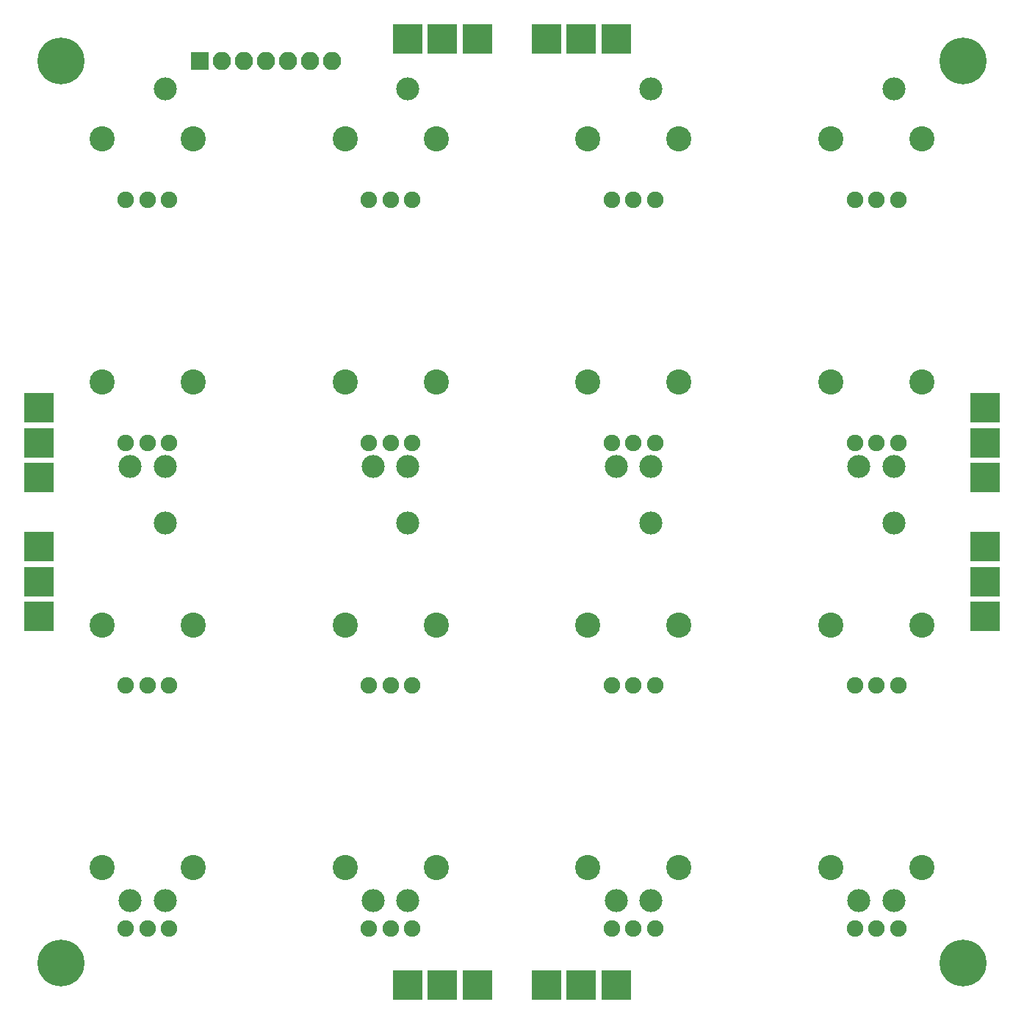
<source format=gbr>
G04 #@! TF.FileFunction,Soldermask,Top*
%FSLAX46Y46*%
G04 Gerber Fmt 4.6, Leading zero omitted, Abs format (unit mm)*
G04 Created by KiCad (PCBNEW 4.0.6) date Sunday, June 10, 2018 'PMt' 07:51:52 PM*
%MOMM*%
%LPD*%
G01*
G04 APERTURE LIST*
%ADD10C,0.100000*%
%ADD11C,5.400000*%
%ADD12C,2.900000*%
%ADD13C,1.900000*%
%ADD14R,2.100000X2.100000*%
%ADD15O,2.100000X2.100000*%
%ADD16R,3.400000X3.400000*%
%ADD17C,2.647900*%
G04 APERTURE END LIST*
D10*
D11*
X195000000Y-155000000D03*
X91000000Y-155000000D03*
X91000000Y-51000000D03*
D12*
X162250000Y-60000000D03*
D13*
X157000000Y-67000000D03*
X159500000Y-67000000D03*
X154500000Y-67000000D03*
D12*
X151750000Y-60000000D03*
X106250000Y-60000000D03*
D13*
X101000000Y-67000000D03*
X103500000Y-67000000D03*
X98500000Y-67000000D03*
D12*
X95750000Y-60000000D03*
X134250000Y-60000000D03*
D13*
X129000000Y-67000000D03*
X131500000Y-67000000D03*
X126500000Y-67000000D03*
D12*
X123750000Y-60000000D03*
X190250000Y-60000000D03*
D13*
X185000000Y-67000000D03*
X187500000Y-67000000D03*
X182500000Y-67000000D03*
D12*
X179750000Y-60000000D03*
X106250000Y-88000000D03*
D13*
X101000000Y-95000000D03*
X103500000Y-95000000D03*
X98500000Y-95000000D03*
D12*
X95750000Y-88000000D03*
X134250000Y-88000000D03*
D13*
X129000000Y-95000000D03*
X131500000Y-95000000D03*
X126500000Y-95000000D03*
D12*
X123750000Y-88000000D03*
X162250000Y-88000000D03*
D13*
X157000000Y-95000000D03*
X159500000Y-95000000D03*
X154500000Y-95000000D03*
D12*
X151750000Y-88000000D03*
X190250000Y-88000000D03*
D13*
X185000000Y-95000000D03*
X187500000Y-95000000D03*
X182500000Y-95000000D03*
D12*
X179750000Y-88000000D03*
X106250000Y-116000000D03*
D13*
X101000000Y-123000000D03*
X103500000Y-123000000D03*
X98500000Y-123000000D03*
D12*
X95750000Y-116000000D03*
X134250000Y-116000000D03*
D13*
X129000000Y-123000000D03*
X131500000Y-123000000D03*
X126500000Y-123000000D03*
D12*
X123750000Y-116000000D03*
X162250000Y-116000000D03*
D13*
X157000000Y-123000000D03*
X159500000Y-123000000D03*
X154500000Y-123000000D03*
D12*
X151750000Y-116000000D03*
X190250000Y-116000000D03*
D13*
X185000000Y-123000000D03*
X187500000Y-123000000D03*
X182500000Y-123000000D03*
D12*
X179750000Y-116000000D03*
X106250000Y-144000000D03*
D13*
X101000000Y-151000000D03*
X103500000Y-151000000D03*
X98500000Y-151000000D03*
D12*
X95750000Y-144000000D03*
X134250000Y-144000000D03*
D13*
X129000000Y-151000000D03*
X131500000Y-151000000D03*
X126500000Y-151000000D03*
D12*
X123750000Y-144000000D03*
X162250000Y-144000000D03*
D13*
X157000000Y-151000000D03*
X159500000Y-151000000D03*
X154500000Y-151000000D03*
D12*
X151750000Y-144000000D03*
X190250000Y-144000000D03*
D13*
X185000000Y-151000000D03*
X187500000Y-151000000D03*
X182500000Y-151000000D03*
D12*
X179750000Y-144000000D03*
D11*
X195000000Y-51000000D03*
D14*
X107000000Y-51000000D03*
D15*
X109540000Y-51000000D03*
X112080000Y-51000000D03*
X114620000Y-51000000D03*
X117160000Y-51000000D03*
X119700000Y-51000000D03*
X122240000Y-51000000D03*
D16*
X88500000Y-115000000D03*
X88500000Y-91000000D03*
X88500000Y-95000000D03*
X88500000Y-99000000D03*
X88500000Y-111000000D03*
X88500000Y-107000000D03*
X155000000Y-157500000D03*
X131000000Y-157500000D03*
X135000000Y-157500000D03*
X139000000Y-157500000D03*
X151000000Y-157500000D03*
X147000000Y-157500000D03*
X197500000Y-115000000D03*
X197500000Y-91000000D03*
X197500000Y-95000000D03*
X197500000Y-99000000D03*
X197500000Y-111000000D03*
X197500000Y-107000000D03*
X155000000Y-48500000D03*
X131000000Y-48500000D03*
X135000000Y-48500000D03*
X139000000Y-48500000D03*
X151000000Y-48500000D03*
X147000000Y-48500000D03*
D17*
X102998980Y-104252520D03*
X102998980Y-147747480D03*
X99001020Y-147747480D03*
X130998980Y-104252520D03*
X130998980Y-147747480D03*
X127001020Y-147747480D03*
X158998980Y-104252520D03*
X158998980Y-147747480D03*
X155001020Y-147747480D03*
X186998980Y-104252520D03*
X186998980Y-147747480D03*
X183001020Y-147747480D03*
X186998980Y-54252520D03*
X186998980Y-97747480D03*
X183001020Y-97747480D03*
X158998980Y-54252520D03*
X158998980Y-97747480D03*
X155001020Y-97747480D03*
X130998980Y-54252520D03*
X130998980Y-97747480D03*
X127001020Y-97747480D03*
X102998980Y-54252520D03*
X102998980Y-97747480D03*
X99001020Y-97747480D03*
M02*

</source>
